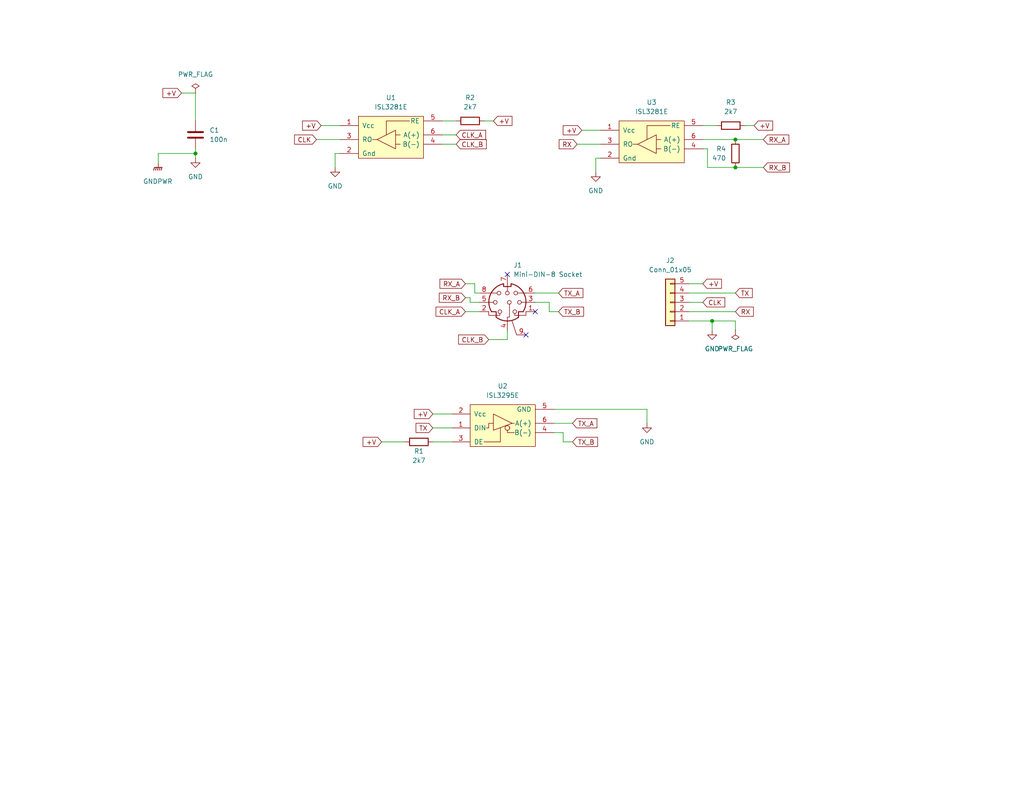
<source format=kicad_sch>
(kicad_sch (version 20211123) (generator eeschema)
  (paper "USLetter")
  (lib_symbols
    (symbol "Connector_Generic:Conn_01x05" (pin_names (offset 1.016) hide)
      (property "Reference" "J" (at 0 7.62 0))
      (property "Value" "Conn_01x05" (at 0 -7.62 0))
      (symbol "Conn_01x05_1_1"
        (rectangle (start -1.27 -4.953) (end 0 -5.207) (stroke (width 0.1524)))
        (rectangle (start -1.27 -2.413) (end 0 -2.667) (stroke (width 0.1524)))
        (rectangle (start -1.27 0.127) (end 0 -0.127) (stroke (width 0.1524)))
        (rectangle (start -1.27 2.667) (end 0 2.413) (stroke (width 0.1524)))
        (rectangle (start -1.27 5.207) (end 0 4.953) (stroke (width 0.1524)))
        (rectangle (start -1.27 6.35) (end 1.27 -6.35) (stroke (width 0.254)) (fill (type background)))
        (pin passive line (at -5.08 5.08 0) (length 3.81) (name "Pin_1") (number "1"))
        (pin passive line (at -5.08 2.54 0) (length 3.81) (name "Pin_2") (number "2"))
        (pin passive line (at -5.08 0 0) (length 3.81) (name "Pin_3") (number "3"))
        (pin passive line (at -5.08 -2.54 0) (length 3.81) (name "Pin_4") (number "4"))
        (pin passive line (at -5.08 -5.08 0) (length 3.81) (name "Pin_5") (number "5"))
      )
    )
    (symbol "Device:C" (pin_numbers hide) (pin_names (offset 0.254))
      (property "Reference" "C" (at 0.635 2.54 0))
      (property "Value" "C" (at 0.635 -2.54 0))
      (symbol "C_0_1"
        (polyline (pts (xy -2.032 -0.762) (xy 2.032 -0.762)) (stroke (width 0.508)))
        (polyline (pts (xy -2.032 0.762) (xy 2.032 0.762)) (stroke (width 0.508)))
      )
      (symbol "C_1_1"
        (pin passive line (at 0 3.81 270) (length 2.794) (name "~") (number "1"))
        (pin passive line (at 0 -3.81 90) (length 2.794) (name "~") (number "2"))
      )
    )
    (symbol "Device:R" (pin_numbers hide) (pin_names (offset 0))
      (property "Reference" "R" (at 2.032 0 90))
      (property "Value" "R" (at 0 0 90))
      (symbol "R_0_1"
        (rectangle (start -1.016 -2.54) (end 1.016 2.54) (stroke (width 0.254)))
      )
      (symbol "R_1_1"
        (pin passive line (at 0 3.81 270) (length 1.27) (name "~") (number "1"))
        (pin passive line (at 0 -3.81 90) (length 1.27) (name "~") (number "2"))
      )
    )
    (symbol "myparts:ISL3281E" (pin_names (offset 1.016))
      (property "Reference" "U" (at 0 -6.35 0))
      (property "Value" "ISL3281E" (at -1.27 7.62 0))
      (symbol "ISL3281E_0_1"
        (rectangle (start -10.16 6.35) (end 7.62 -5.08) (fill (type background)))
        (polyline (pts (xy -5.08 0) (xy -6.35 0)))
        (polyline (pts (xy 0 -1.27) (xy 1.27 -1.27)))
        (polyline (pts (xy 0 1.27) (xy 1.27 1.27)))
        (polyline (pts (xy 3.81 5.08) (xy -2.54 5.08) (xy -2.54 1.27)))
        (polyline (pts (xy 0 2.54) (xy 0 -2.54) (xy -5.08 0) (xy 0 2.54)))
      )
      (symbol "ISL3281E_1_1"
        (pin power_in line (at -15.24 3.81 0) (length 5.08) (name "Vcc") (number "1"))
        (pin power_in line (at -15.24 -3.81 0) (length 5.08) (name "Gnd") (number "2"))
        (pin output line (at -15.24 0 0) (length 5.08) (name "RO") (number "3"))
        (pin input line (at 12.7 -1.27 180) (length 5.08) (name "B(-)") (number "4"))
        (pin input line (at 12.7 5.08 180) (length 5.08) (name "RE") (number "5"))
        (pin input line (at 12.7 1.27 180) (length 5.08) (name "A(+)") (number "6"))
      )
    )
    (symbol "myparts:ISL3295E" (pin_names (offset 1.016))
      (property "Reference" "U" (at 0 -6.35 0))
      (property "Value" "ISL3295E" (at -1.27 7.62 0))
      (symbol "ISL3295E_0_1"
        (rectangle (start -10.16 6.35) (end 7.62 -5.08) (fill (type background)))
        (polyline (pts (xy 1.27 1.27) (xy 1.905 1.27)))
        (polyline (pts (xy -6.35 -3.81) (xy -1.905 -3.81) (xy -1.905 0)))
        (polyline (pts (xy 1.905 -1.27) (xy 0 -1.27) (xy 0 -0.635)))
        (polyline (pts (xy -3.81 1.27) (xy -5.08 1.27) (xy -5.08 0) (xy -5.715 0)))
        (polyline (pts (xy 1.27 1.27) (xy -3.81 -0.635) (xy -3.81 3.81) (xy 1.27 1.27)))
        (circle (center 0 0) (radius 0.635))
        (circle (center 0.635 0) (radius 0.0001))
      )
      (symbol "ISL3295E_1_1"
        (pin input line (at -15.24 0 0) (length 5.08) (name "DIN") (number "1"))
        (pin power_in line (at -15.24 3.81 0) (length 5.08) (name "Vcc") (number "2"))
        (pin input line (at -15.24 -3.81 0) (length 5.08) (name "DE") (number "3"))
        (pin output line (at 12.7 -1.27 180) (length 5.08) (name "B(-)") (number "4"))
        (pin power_in line (at 12.7 5.08 180) (length 5.08) (name "GND") (number "5"))
        (pin output line (at 12.7 1.27 180) (length 5.08) (name "A(+)") (number "6"))
      )
    )
    (symbol "myparts:Mini-DIN-8 Socket" (pin_names (offset 1.016))
      (property "Reference" "J" (at 5.08 5.08 0))
      (property "Value" "Mini-DIN-8 Socket" (at -12.7 -6.35 0))
      (symbol "Mini-DIN-8 Socket_0_1"
        (circle (center -3.302 0) (radius 0.508))
        (arc (start -3.048 -4.064) (mid 0 -5.08) (end 3.048 -4.064) (stroke (width 0.254)))
        (circle (center -2.286 2.5146) (radius 0.508))
        (circle (center -2.032 -2.54) (radius 0.508))
        (arc (start -1.016 5.08) (mid -4.6243 2.1182) (end -4.318 -2.54) (stroke (width 0.254)))
        (polyline (pts (xy -3.81 0) (xy -5.08 0)))
        (polyline (pts (xy -2.794 2.54) (xy -5.334 2.54)))
        (polyline (pts (xy 0 5.1054) (xy 0 3.048)))
        (polyline (pts (xy 2.54 -8.89) (xy 1.27 -5.08)))
        (polyline (pts (xy 2.794 2.54) (xy 5.08 2.54)))
        (polyline (pts (xy 5.08 0) (xy 3.81 0)))
        (polyline (pts (xy -4.318 -2.54) (xy -3.048 -2.54) (xy -3.048 -4.064)) (stroke (width 0.254)))
        (polyline (pts (xy 4.318 -2.54) (xy 3.048 -2.54) (xy 3.048 -4.064)) (stroke (width 0.254)))
        (polyline (pts (xy -2.032 -3.048) (xy -2.032 -3.556) (xy -5.08 -3.556) (xy -5.08 -2.54)))
        (polyline (pts (xy -1.016 5.08) (xy -1.016 4.318) (xy 1.016 4.318) (xy 1.016 5.08)) (stroke (width 0.254)))
        (polyline (pts (xy 0.5842 -0.508) (xy 0.5842 -4.0132) (xy 0 -4.0132) (xy 0 -5.1816)))
        (polyline (pts (xy 2.032 -3.048) (xy 2.032 -3.556) (xy 5.08 -3.556) (xy 5.08 -2.54)))
        (circle (center 0 2.54) (radius 0.508))
        (circle (center 2.032 -2.54) (radius 0.508))
        (circle (center 2.286 2.54) (radius 0.508))
        (circle (center 3.302 0) (radius 0.508))
        (arc (start 4.318 -2.54) (mid 4.6646 2.1357) (end 1.016 5.08) (stroke (width 0.254)))
      )
      (symbol "Mini-DIN-8 Socket_1_1"
        (circle (center 0.5334 0) (radius 0.508))
        (pin passive line (at 7.62 -2.54 180) (length 2.54) (name "~") (number "1"))
        (pin passive line (at -7.62 -2.54 0) (length 2.54) (name "~") (number "2"))
        (pin passive line (at 7.62 0 180) (length 2.54) (name "~") (number "3"))
        (pin passive line (at 0 -7.62 90) (length 2.54) (name "~") (number "4"))
        (pin passive line (at -7.62 0 0) (length 2.54) (name "~") (number "5"))
        (pin passive line (at 7.62 2.54 180) (length 2.54) (name "~") (number "6"))
        (pin passive line (at 0 7.62 270) (length 2.54) (name "~") (number "7"))
        (pin passive line (at -7.62 2.54 0) (length 2.54) (name "~") (number "8"))
        (pin passive line (at 5.08 -8.89 180) (length 2.54) (name "~") (number "9"))
      )
    )
    (symbol "power:GND" (power) (pin_names (offset 0))
      (property "Value" "GND" (at 0 -3.81 0))
      (symbol "GND_0_1"
        (polyline (pts (xy 0 0) (xy 0 -1.27) (xy 1.27 -1.27) (xy 0 -2.54) (xy -1.27 -1.27) (xy 0 -1.27)))
      )
      (symbol "GND_1_1"
        (pin power_in line (at 0 0 270) (length 0) hide (name "GND") (number "1"))
      )
    )
    (symbol "power:GNDPWR" (power) (pin_names (offset 0))
      (property "Value" "GNDPWR" (at 0 -3.302 0))
      (symbol "GNDPWR_0_1"
        (polyline (pts (xy 0 -1.27) (xy 0 0)))
        (polyline (pts (xy -1.016 -1.27) (xy -1.27 -2.032) (xy -1.27 -2.032)) (stroke (width 0.2032)))
        (polyline (pts (xy -0.508 -1.27) (xy -0.762 -2.032) (xy -0.762 -2.032)) (stroke (width 0.2032)))
        (polyline (pts (xy 0 -1.27) (xy -0.254 -2.032) (xy -0.254 -2.032)) (stroke (width 0.2032)))
        (polyline (pts (xy 0.508 -1.27) (xy 0.254 -2.032) (xy 0.254 -2.032)) (stroke (width 0.2032)))
        (polyline (pts (xy 1.016 -1.27) (xy -1.016 -1.27) (xy -1.016 -1.27)) (stroke (width 0.2032)))
        (polyline (pts (xy 1.016 -1.27) (xy 0.762 -2.032) (xy 0.762 -2.032) (xy 0.762 -2.032)) (stroke (width 0.2032)))
      )
      (symbol "GNDPWR_1_1"
        (pin power_in line (at 0 0 270) (length 0) hide (name "GNDPWR") (number "1"))
      )
    )
    (symbol "power:PWR_FLAG" (power) (pin_numbers hide) (pin_names (offset 0) hide)
      (property "Value" "PWR_FLAG" (at 0 3.81 0))
      (symbol "PWR_FLAG_0_0"
        (pin power_out line (at 0 0 90) (length 0) (name "pwr") (number "1"))
      )
      (symbol "PWR_FLAG_0_1"
        (polyline (pts (xy 0 0) (xy 0 1.27) (xy -1.016 1.905) (xy 0 2.54) (xy 1.016 1.905) (xy 0 1.27)))
      )
    )
  )
  (junction (at 194.31 87.63))
  (junction (at 200.66 45.72))
  (junction (at 200.66 38.1))
  (junction (at 53.34 41.91))
  (no_connect (at 143.51 91.44))
  (no_connect (at 138.43 74.93))
  (no_connect (at 146.05 85.09))
  (wire (pts (xy 194.31 87.63) (xy 194.31 90.17)))
  (wire (pts (xy 53.34 40.64) (xy 53.34 41.91)))
  (wire (pts (xy 193.04 40.64) (xy 193.04 45.72)))
  (wire (pts (xy 124.46 39.37) (xy 120.65 39.37)))
  (wire (pts (xy 138.43 90.17) (xy 138.43 92.71)))
  (wire (pts (xy 158.75 35.56) (xy 163.83 35.56)))
  (wire (pts (xy 208.28 38.1) (xy 200.66 38.1)))
  (wire (pts (xy 205.74 34.29) (xy 203.2 34.29)))
  (wire (pts (xy 176.53 111.76) (xy 176.53 115.57)))
  (wire (pts (xy 53.34 25.4) (xy 53.34 33.02)))
  (wire (pts (xy 200.66 87.63) (xy 200.66 90.17)))
  (wire (pts (xy 127 77.47) (xy 129.54 77.47)))
  (wire (pts (xy 118.11 120.65) (xy 123.19 120.65)))
  (wire (pts (xy 153.67 118.11) (xy 153.67 120.65)))
  (wire (pts (xy 91.44 45.72) (xy 91.44 41.91)))
  (wire (pts (xy 127 85.09) (xy 130.81 85.09)))
  (wire (pts (xy 146.05 80.01) (xy 152.4 80.01)))
  (wire (pts (xy 118.11 116.84) (xy 123.19 116.84)))
  (wire (pts (xy 194.31 87.63) (xy 200.66 87.63)))
  (wire (pts (xy 162.56 43.18) (xy 163.83 43.18)))
  (wire (pts (xy 149.86 85.09) (xy 152.4 85.09)))
  (wire (pts (xy 146.05 82.55) (xy 149.86 82.55)))
  (wire (pts (xy 92.71 38.1) (xy 86.36 38.1)))
  (wire (pts (xy 87.63 34.29) (xy 92.71 34.29)))
  (wire (pts (xy 200.66 45.72) (xy 193.04 45.72)))
  (wire (pts (xy 187.96 82.55) (xy 191.77 82.55)))
  (wire (pts (xy 134.62 33.02) (xy 132.08 33.02)))
  (wire (pts (xy 91.44 41.91) (xy 92.71 41.91)))
  (wire (pts (xy 43.18 44.45) (xy 43.18 41.91)))
  (wire (pts (xy 128.27 82.55) (xy 130.81 82.55)))
  (wire (pts (xy 187.96 80.01) (xy 200.66 80.01)))
  (wire (pts (xy 49.53 25.4) (xy 53.34 25.4)))
  (wire (pts (xy 104.14 120.65) (xy 110.49 120.65)))
  (wire (pts (xy 53.34 41.91) (xy 53.34 43.18)))
  (wire (pts (xy 128.27 81.28) (xy 128.27 82.55)))
  (wire (pts (xy 151.13 115.57) (xy 156.21 115.57)))
  (wire (pts (xy 120.65 33.02) (xy 124.46 33.02)))
  (wire (pts (xy 163.83 39.37) (xy 157.48 39.37)))
  (wire (pts (xy 187.96 77.47) (xy 191.77 77.47)))
  (wire (pts (xy 133.35 92.71) (xy 138.43 92.71)))
  (wire (pts (xy 191.77 40.64) (xy 193.04 40.64)))
  (wire (pts (xy 208.28 45.72) (xy 200.66 45.72)))
  (wire (pts (xy 127 81.28) (xy 128.27 81.28)))
  (wire (pts (xy 129.54 77.47) (xy 129.54 80.01)))
  (wire (pts (xy 162.56 46.99) (xy 162.56 43.18)))
  (wire (pts (xy 187.96 85.09) (xy 200.66 85.09)))
  (wire (pts (xy 151.13 111.76) (xy 176.53 111.76)))
  (wire (pts (xy 153.67 120.65) (xy 156.21 120.65)))
  (wire (pts (xy 149.86 82.55) (xy 149.86 85.09)))
  (wire (pts (xy 151.13 118.11) (xy 153.67 118.11)))
  (wire (pts (xy 187.96 87.63) (xy 194.31 87.63)))
  (wire (pts (xy 43.18 41.91) (xy 53.34 41.91)))
  (wire (pts (xy 129.54 80.01) (xy 130.81 80.01)))
  (wire (pts (xy 118.11 113.03) (xy 123.19 113.03)))
  (wire (pts (xy 191.77 34.29) (xy 195.58 34.29)))
  (wire (pts (xy 191.77 38.1) (xy 200.66 38.1)))
  (wire (pts (xy 124.46 36.83) (xy 120.65 36.83)))
  (global_label "TX_A" (shape input) (at 152.4 80.01 0) (property "Intersheet References" "${INTERSHEET_REFS}" (effects hide)))
  (global_label "TX_A" (shape input) (at 156.21 115.57 0) (property "Intersheet References" "${INTERSHEET_REFS}" (effects hide)))
  (global_label "RX_B" (shape input) (at 127 81.28 180) (property "Intersheet References" "${INTERSHEET_REFS}" (effects hide)))
  (global_label "RX_A" (shape input) (at 208.28 38.1 0) (property "Intersheet References" "${INTERSHEET_REFS}" (effects hide)))
  (global_label "+V" (shape input) (at 87.63 34.29 180) (property "Intersheet References" "${INTERSHEET_REFS}" (effects hide)))
  (global_label "CLK" (shape input) (at 86.36 38.1 180) (property "Intersheet References" "${INTERSHEET_REFS}" (effects hide)))
  (global_label "CLK_B" (shape input) (at 124.46 39.37 0) (property "Intersheet References" "${INTERSHEET_REFS}" (effects hide)))
  (global_label "CLK_B" (shape input) (at 133.35 92.71 180) (property "Intersheet References" "${INTERSHEET_REFS}" (effects hide)))
  (global_label "+V" (shape input) (at 191.77 77.47 0) (property "Intersheet References" "${INTERSHEET_REFS}" (effects hide)))
  (global_label "+V" (shape input) (at 205.74 34.29 0) (property "Intersheet References" "${INTERSHEET_REFS}" (effects hide)))
  (global_label "+V" (shape input) (at 158.75 35.56 180) (property "Intersheet References" "${INTERSHEET_REFS}" (effects hide)))
  (global_label "RX" (shape input) (at 200.66 85.09 0) (property "Intersheet References" "${INTERSHEET_REFS}" (effects hide)))
  (global_label "RX" (shape input) (at 157.48 39.37 180) (property "Intersheet References" "${INTERSHEET_REFS}" (effects hide)))
  (global_label "TX" (shape input) (at 200.66 80.01 0) (property "Intersheet References" "${INTERSHEET_REFS}" (effects hide)))
  (global_label "RX_A" (shape input) (at 127 77.47 180) (property "Intersheet References" "${INTERSHEET_REFS}" (effects hide)))
  (global_label "+V" (shape input) (at 104.14 120.65 180) (property "Intersheet References" "${INTERSHEET_REFS}" (effects hide)))
  (global_label "TX_B" (shape input) (at 152.4 85.09 0) (property "Intersheet References" "${INTERSHEET_REFS}" (effects hide)))
  (global_label "+V" (shape input) (at 134.62 33.02 0) (property "Intersheet References" "${INTERSHEET_REFS}" (effects hide)))
  (global_label "+V" (shape input) (at 49.53 25.4 180) (property "Intersheet References" "${INTERSHEET_REFS}" (effects hide)))
  (global_label "+V" (shape input) (at 118.11 113.03 180) (property "Intersheet References" "${INTERSHEET_REFS}" (effects hide)))
  (global_label "CLK_A" (shape input) (at 124.46 36.83 0) (property "Intersheet References" "${INTERSHEET_REFS}" (effects hide)))
  (global_label "CLK" (shape input) (at 191.77 82.55 0) (property "Intersheet References" "${INTERSHEET_REFS}" (effects hide)))
  (global_label "TX_B" (shape input) (at 156.21 120.65 0) (property "Intersheet References" "${INTERSHEET_REFS}" (effects hide)))
  (global_label "TX" (shape input) (at 118.11 116.84 180) (property "Intersheet References" "${INTERSHEET_REFS}" (effects hide)))
  (global_label "RX_B" (shape input) (at 208.28 45.72 0) (property "Intersheet References" "${INTERSHEET_REFS}" (effects hide)))
  (global_label "CLK_A" (shape input) (at 127 85.09 180) (property "Intersheet References" "${INTERSHEET_REFS}" (effects hide)))
  (symbol (lib_id "Device:R") (at 200.66 41.91 0) (mirror y) (unit 1)
    (property "Reference" "R4" (at 198.12 40.6399 0) (effects (justify left)))
    (property "Value" "470" (at 198.12 43.1799 0) (effects (justify left)))
    (property "Footprint" "Resistor_SMD:R_1206_3216Metric_Pad1.30x1.75mm_HandSolder" (effects hide))
  )
  (symbol (lib_id "power:GND") (at 53.34 43.18 0) (unit 1)
    (property "Reference" "#PWR02" (effects hide))
    (property "Value" "GND" (at 53.34 48.26 0))
  )
  (symbol (lib_id "myparts:ISL3281E") (at 179.07 39.37 0) (unit 1)
    (property "Reference" "U3" (at 177.8 27.94 0))
    (property "Value" "ISL3281E" (at 177.8 30.48 0))
    (property "Footprint" "Package_TO_SOT_SMD:SOT-23-6_Handsoldering" (effects hide))
  )
  (symbol (lib_id "power:GND") (at 194.31 90.17 0) (unit 1)
    (property "Reference" "#PWR06" (effects hide))
    (property "Value" "GND" (at 194.31 95.25 0))
  )
  (symbol (lib_id "Device:R") (at 199.39 34.29 90) (unit 1)
    (property "Reference" "R3" (at 199.39 27.94 90))
    (property "Value" "2k7" (at 199.39 30.48 90))
    (property "Footprint" "Resistor_SMD:R_0805_2012Metric_Pad1.20x1.40mm_HandSolder" (effects hide))
  )
  (symbol (lib_id "Device:R") (at 128.27 33.02 90) (unit 1)
    (property "Reference" "R2" (at 128.27 26.67 90))
    (property "Value" "2k7" (at 128.27 29.21 90))
    (property "Footprint" "Resistor_SMD:R_0805_2012Metric_Pad1.20x1.40mm_HandSolder" (effects hide))
  )
  (symbol (lib_id "Device:C") (at 53.34 36.83 0) (unit 1)
    (property "Reference" "C1" (at 57.15 35.5599 0) (effects (justify left)))
    (property "Value" "100n" (at 57.15 38.0999 0) (effects (justify left)))
    (property "Footprint" "Capacitor_SMD:C_0805_2012Metric_Pad1.18x1.45mm_HandSolder" (effects hide))
  )
  (symbol (lib_id "myparts:ISL3281E") (at 107.95 38.1 0) (unit 1)
    (property "Reference" "U1" (at 106.68 26.67 0))
    (property "Value" "ISL3281E" (at 106.68 29.21 0))
    (property "Footprint" "Package_TO_SOT_SMD:SOT-23-6_Handsoldering" (effects hide))
  )
  (symbol (lib_id "power:PWR_FLAG") (at 200.66 90.17 180) (unit 1)
    (property "Reference" "#FLG0101" (effects hide))
    (property "Value" "PWR_FLAG" (at 200.66 95.25 0))
  )
  (symbol (lib_id "power:GND") (at 91.44 45.72 0) (unit 1)
    (property "Reference" "#PWR03" (effects hide))
    (property "Value" "GND" (at 91.44 50.8 0))
  )
  (symbol (lib_id "power:PWR_FLAG") (at 53.34 25.4 0) (unit 1)
    (property "Reference" "#FLG01" (effects hide))
    (property "Value" "PWR_FLAG" (at 53.34 20.32 0))
  )
  (symbol (lib_id "power:GND") (at 176.53 115.57 0) (unit 1)
    (property "Reference" "#PWR05" (effects hide))
    (property "Value" "GND" (at 176.53 120.65 0))
  )
  (symbol (lib_id "Connector_Generic:Conn_01x05") (at 182.88 82.55 180) (unit 1)
    (property "Reference" "J2" (at 182.88 71.12 0))
    (property "Value" "Conn_01x05" (at 182.88 73.66 0))
    (property "Footprint" "Connector_PinSocket_2.54mm:PinSocket_1x05_P2.54mm_Vertical" (effects hide))
  )
  (symbol (lib_id "power:GND") (at 162.56 46.99 0) (unit 1)
    (property "Reference" "#PWR04" (effects hide))
    (property "Value" "GND" (at 162.56 52.07 0))
  )
  (symbol (lib_id "myparts:ISL3295E") (at 138.43 116.84 0) (unit 1)
    (property "Reference" "U2" (at 137.16 105.41 0))
    (property "Value" "ISL3295E" (at 137.16 107.95 0))
    (property "Footprint" "Package_TO_SOT_SMD:SOT-23-6_Handsoldering" (effects hide))
  )
  (symbol (lib_id "Device:R") (at 114.3 120.65 90) (unit 1)
    (property "Reference" "R1" (at 114.3 123.19 90))
    (property "Value" "2k7" (at 114.3 125.73 90))
    (property "Footprint" "Resistor_SMD:R_0805_2012Metric_Pad1.20x1.40mm_HandSolder" (effects hide))
  )
  (symbol (lib_id "power:GNDPWR") (at 43.18 44.45 0) (unit 1)
    (property "Reference" "#PWR01" (effects hide))
    (property "Value" "GNDPWR" (at 43.053 49.53 0))
  )
  (symbol (lib_id "myparts:Mini-DIN-8 Socket") (at 138.43 82.55 0) (unit 1)
    (property "Reference" "J1" (at 140.0811 72.39 0) (effects (justify left)))
    (property "Value" "Mini-DIN-8 Socket" (at 140.0811 74.93 0) (effects (justify left)))
    (property "Footprint" "myparts:MiniDin8" (effects hide))
  )
)
</source>
